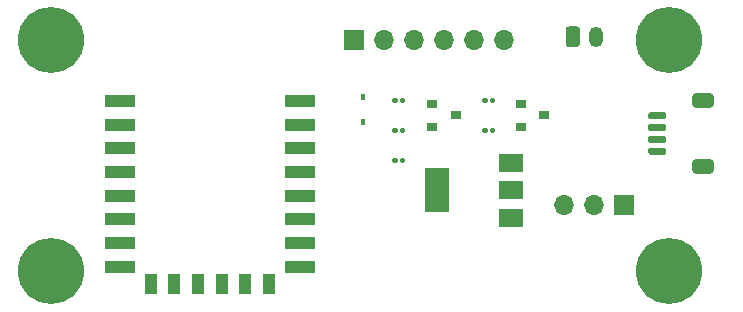
<source format=gbr>
%TF.GenerationSoftware,KiCad,Pcbnew,(5.1.9)-1*%
%TF.CreationDate,2021-03-28T13:23:05-04:00*%
%TF.ProjectId,wled,776c6564-2e6b-4696-9361-645f70636258,rev?*%
%TF.SameCoordinates,Original*%
%TF.FileFunction,Soldermask,Top*%
%TF.FilePolarity,Negative*%
%FSLAX46Y46*%
G04 Gerber Fmt 4.6, Leading zero omitted, Abs format (unit mm)*
G04 Created by KiCad (PCBNEW (5.1.9)-1) date 2021-03-28 13:23:05*
%MOMM*%
%LPD*%
G01*
G04 APERTURE LIST*
%ADD10R,0.450000X0.600000*%
%ADD11C,5.600000*%
%ADD12R,2.000000X3.800000*%
%ADD13R,2.000000X1.500000*%
%ADD14R,0.900000X0.800000*%
%ADD15R,1.700000X1.700000*%
%ADD16O,1.700000X1.700000*%
%ADD17O,1.200000X1.750000*%
%ADD18R,2.500000X1.000000*%
%ADD19R,1.000000X1.800000*%
G04 APERTURE END LIST*
D10*
%TO.C,D1*%
X50292000Y-31462000D03*
X50292000Y-33562000D03*
%TD*%
D11*
%TO.C,H4*%
X76200000Y-46228000D03*
%TD*%
%TO.C,H3*%
X76200000Y-26670000D03*
%TD*%
%TO.C,H2*%
X23876000Y-26670000D03*
%TD*%
%TO.C,H1*%
X23876000Y-46228000D03*
%TD*%
D12*
%TO.C,U2*%
X56540000Y-39370000D03*
D13*
X62840000Y-39370000D03*
X62840000Y-37070000D03*
X62840000Y-41670000D03*
%TD*%
%TO.C,D2*%
G36*
G01*
X53890000Y-31650000D02*
X53890000Y-31850000D01*
G75*
G02*
X53790000Y-31950000I-100000J0D01*
G01*
X53530000Y-31950000D01*
G75*
G02*
X53430000Y-31850000I0J100000D01*
G01*
X53430000Y-31650000D01*
G75*
G02*
X53530000Y-31550000I100000J0D01*
G01*
X53790000Y-31550000D01*
G75*
G02*
X53890000Y-31650000I0J-100000D01*
G01*
G37*
G36*
G01*
X53250000Y-31650000D02*
X53250000Y-31850000D01*
G75*
G02*
X53150000Y-31950000I-100000J0D01*
G01*
X52890000Y-31950000D01*
G75*
G02*
X52790000Y-31850000I0J100000D01*
G01*
X52790000Y-31650000D01*
G75*
G02*
X52890000Y-31550000I100000J0D01*
G01*
X53150000Y-31550000D01*
G75*
G02*
X53250000Y-31650000I0J-100000D01*
G01*
G37*
%TD*%
%TO.C,J3*%
G36*
G01*
X79741001Y-32344000D02*
X78440999Y-32344000D01*
G75*
G02*
X78191000Y-32094001I0J249999D01*
G01*
X78191000Y-31393999D01*
G75*
G02*
X78440999Y-31144000I249999J0D01*
G01*
X79741001Y-31144000D01*
G75*
G02*
X79991000Y-31393999I0J-249999D01*
G01*
X79991000Y-32094001D01*
G75*
G02*
X79741001Y-32344000I-249999J0D01*
G01*
G37*
G36*
G01*
X79741001Y-37944000D02*
X78440999Y-37944000D01*
G75*
G02*
X78191000Y-37694001I0J249999D01*
G01*
X78191000Y-36993999D01*
G75*
G02*
X78440999Y-36744000I249999J0D01*
G01*
X79741001Y-36744000D01*
G75*
G02*
X79991000Y-36993999I0J-249999D01*
G01*
X79991000Y-37694001D01*
G75*
G02*
X79741001Y-37944000I-249999J0D01*
G01*
G37*
G36*
G01*
X75841000Y-33344000D02*
X74591000Y-33344000D01*
G75*
G02*
X74441000Y-33194000I0J150000D01*
G01*
X74441000Y-32894000D01*
G75*
G02*
X74591000Y-32744000I150000J0D01*
G01*
X75841000Y-32744000D01*
G75*
G02*
X75991000Y-32894000I0J-150000D01*
G01*
X75991000Y-33194000D01*
G75*
G02*
X75841000Y-33344000I-150000J0D01*
G01*
G37*
G36*
G01*
X75841000Y-34344000D02*
X74591000Y-34344000D01*
G75*
G02*
X74441000Y-34194000I0J150000D01*
G01*
X74441000Y-33894000D01*
G75*
G02*
X74591000Y-33744000I150000J0D01*
G01*
X75841000Y-33744000D01*
G75*
G02*
X75991000Y-33894000I0J-150000D01*
G01*
X75991000Y-34194000D01*
G75*
G02*
X75841000Y-34344000I-150000J0D01*
G01*
G37*
G36*
G01*
X75841000Y-35344000D02*
X74591000Y-35344000D01*
G75*
G02*
X74441000Y-35194000I0J150000D01*
G01*
X74441000Y-34894000D01*
G75*
G02*
X74591000Y-34744000I150000J0D01*
G01*
X75841000Y-34744000D01*
G75*
G02*
X75991000Y-34894000I0J-150000D01*
G01*
X75991000Y-35194000D01*
G75*
G02*
X75841000Y-35344000I-150000J0D01*
G01*
G37*
G36*
G01*
X75841000Y-36344000D02*
X74591000Y-36344000D01*
G75*
G02*
X74441000Y-36194000I0J150000D01*
G01*
X74441000Y-35894000D01*
G75*
G02*
X74591000Y-35744000I150000J0D01*
G01*
X75841000Y-35744000D01*
G75*
G02*
X75991000Y-35894000I0J-150000D01*
G01*
X75991000Y-36194000D01*
G75*
G02*
X75841000Y-36344000I-150000J0D01*
G01*
G37*
%TD*%
D14*
%TO.C,Q2*%
X65675000Y-33020000D03*
X63675000Y-33970000D03*
X63675000Y-32070000D03*
%TD*%
%TO.C,Q1*%
X58150000Y-33020000D03*
X56150000Y-33970000D03*
X56150000Y-32070000D03*
%TD*%
%TO.C,C1*%
G36*
G01*
X53890000Y-36730000D02*
X53890000Y-36930000D01*
G75*
G02*
X53790000Y-37030000I-100000J0D01*
G01*
X53530000Y-37030000D01*
G75*
G02*
X53430000Y-36930000I0J100000D01*
G01*
X53430000Y-36730000D01*
G75*
G02*
X53530000Y-36630000I100000J0D01*
G01*
X53790000Y-36630000D01*
G75*
G02*
X53890000Y-36730000I0J-100000D01*
G01*
G37*
G36*
G01*
X53250000Y-36730000D02*
X53250000Y-36930000D01*
G75*
G02*
X53150000Y-37030000I-100000J0D01*
G01*
X52890000Y-37030000D01*
G75*
G02*
X52790000Y-36930000I0J100000D01*
G01*
X52790000Y-36730000D01*
G75*
G02*
X52890000Y-36630000I100000J0D01*
G01*
X53150000Y-36630000D01*
G75*
G02*
X53250000Y-36730000I0J-100000D01*
G01*
G37*
%TD*%
%TO.C,C2*%
G36*
G01*
X53250000Y-34190000D02*
X53250000Y-34390000D01*
G75*
G02*
X53150000Y-34490000I-100000J0D01*
G01*
X52890000Y-34490000D01*
G75*
G02*
X52790000Y-34390000I0J100000D01*
G01*
X52790000Y-34190000D01*
G75*
G02*
X52890000Y-34090000I100000J0D01*
G01*
X53150000Y-34090000D01*
G75*
G02*
X53250000Y-34190000I0J-100000D01*
G01*
G37*
G36*
G01*
X53890000Y-34190000D02*
X53890000Y-34390000D01*
G75*
G02*
X53790000Y-34490000I-100000J0D01*
G01*
X53530000Y-34490000D01*
G75*
G02*
X53430000Y-34390000I0J100000D01*
G01*
X53430000Y-34190000D01*
G75*
G02*
X53530000Y-34090000I100000J0D01*
G01*
X53790000Y-34090000D01*
G75*
G02*
X53890000Y-34190000I0J-100000D01*
G01*
G37*
%TD*%
D15*
%TO.C,J1*%
X49530000Y-26670000D03*
D16*
X52070000Y-26670000D03*
X54610000Y-26670000D03*
X57150000Y-26670000D03*
X59690000Y-26670000D03*
X62230000Y-26670000D03*
%TD*%
D15*
%TO.C,J2*%
X72390000Y-40640000D03*
D16*
X69850000Y-40640000D03*
X67310000Y-40640000D03*
%TD*%
%TO.C,J4*%
G36*
G01*
X67475000Y-26980001D02*
X67475000Y-25729999D01*
G75*
G02*
X67724999Y-25480000I249999J0D01*
G01*
X68425001Y-25480000D01*
G75*
G02*
X68675000Y-25729999I0J-249999D01*
G01*
X68675000Y-26980001D01*
G75*
G02*
X68425001Y-27230000I-249999J0D01*
G01*
X67724999Y-27230000D01*
G75*
G02*
X67475000Y-26980001I0J249999D01*
G01*
G37*
D17*
X70075000Y-26355000D03*
%TD*%
%TO.C,R1*%
G36*
G01*
X60410000Y-31850000D02*
X60410000Y-31650000D01*
G75*
G02*
X60510000Y-31550000I100000J0D01*
G01*
X60770000Y-31550000D01*
G75*
G02*
X60870000Y-31650000I0J-100000D01*
G01*
X60870000Y-31850000D01*
G75*
G02*
X60770000Y-31950000I-100000J0D01*
G01*
X60510000Y-31950000D01*
G75*
G02*
X60410000Y-31850000I0J100000D01*
G01*
G37*
G36*
G01*
X61050000Y-31850000D02*
X61050000Y-31650000D01*
G75*
G02*
X61150000Y-31550000I100000J0D01*
G01*
X61410000Y-31550000D01*
G75*
G02*
X61510000Y-31650000I0J-100000D01*
G01*
X61510000Y-31850000D01*
G75*
G02*
X61410000Y-31950000I-100000J0D01*
G01*
X61150000Y-31950000D01*
G75*
G02*
X61050000Y-31850000I0J100000D01*
G01*
G37*
%TD*%
%TO.C,R2*%
G36*
G01*
X61050000Y-34390000D02*
X61050000Y-34190000D01*
G75*
G02*
X61150000Y-34090000I100000J0D01*
G01*
X61410000Y-34090000D01*
G75*
G02*
X61510000Y-34190000I0J-100000D01*
G01*
X61510000Y-34390000D01*
G75*
G02*
X61410000Y-34490000I-100000J0D01*
G01*
X61150000Y-34490000D01*
G75*
G02*
X61050000Y-34390000I0J100000D01*
G01*
G37*
G36*
G01*
X60410000Y-34390000D02*
X60410000Y-34190000D01*
G75*
G02*
X60510000Y-34090000I100000J0D01*
G01*
X60770000Y-34090000D01*
G75*
G02*
X60870000Y-34190000I0J-100000D01*
G01*
X60870000Y-34390000D01*
G75*
G02*
X60770000Y-34490000I-100000J0D01*
G01*
X60510000Y-34490000D01*
G75*
G02*
X60410000Y-34390000I0J100000D01*
G01*
G37*
%TD*%
D18*
%TO.C,U1*%
X29738000Y-31806000D03*
X29738000Y-33806000D03*
X29738000Y-35806000D03*
X29738000Y-37806000D03*
X29738000Y-39806000D03*
X29738000Y-41806000D03*
X29738000Y-43806000D03*
X29738000Y-45806000D03*
D19*
X32338000Y-47306000D03*
X34338000Y-47306000D03*
X36338000Y-47306000D03*
X38338000Y-47306000D03*
X40338000Y-47306000D03*
X42338000Y-47306000D03*
D18*
X44938000Y-45806000D03*
X44938000Y-43806000D03*
X44938000Y-41806000D03*
X44938000Y-39806000D03*
X44938000Y-37806000D03*
X44938000Y-35806000D03*
X44938000Y-33806000D03*
X44938000Y-31806000D03*
%TD*%
M02*

</source>
